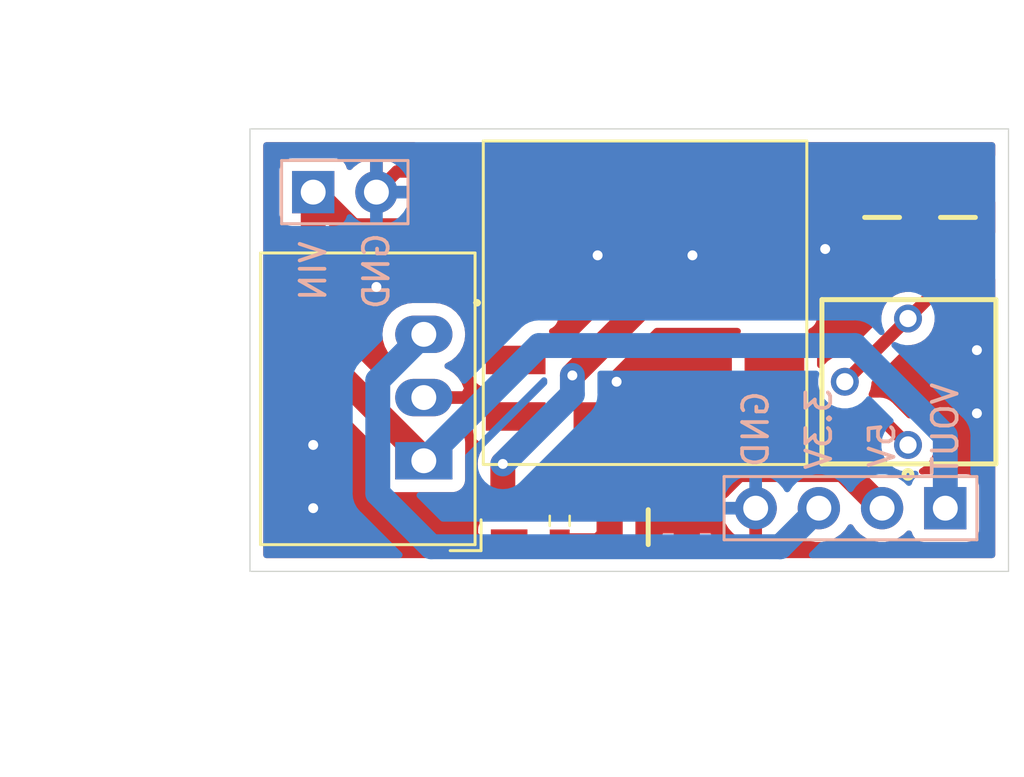
<source format=kicad_pcb>
(kicad_pcb (version 20171130) (host pcbnew "(5.1.8)-1")

  (general
    (thickness 1.6)
    (drawings 20)
    (tracks 67)
    (zones 0)
    (modules 11)
    (nets 9)
  )

  (page A4)
  (layers
    (0 F.Cu signal)
    (31 B.Cu signal)
    (32 B.Adhes user)
    (33 F.Adhes user)
    (34 B.Paste user)
    (35 F.Paste user)
    (36 B.SilkS user)
    (37 F.SilkS user)
    (38 B.Mask user)
    (39 F.Mask user)
    (40 Dwgs.User user)
    (41 Cmts.User user)
    (42 Eco1.User user)
    (43 Eco2.User user)
    (44 Edge.Cuts user)
    (45 Margin user)
    (46 B.CrtYd user)
    (47 F.CrtYd user)
    (48 B.Fab user)
    (49 F.Fab user)
  )

  (setup
    (last_trace_width 0.5)
    (user_trace_width 0.5)
    (user_trace_width 1)
    (trace_clearance 0.2)
    (zone_clearance 0.508)
    (zone_45_only no)
    (trace_min 0.1524)
    (via_size 0.8)
    (via_drill 0.4)
    (via_min_size 0.6)
    (via_min_drill 0.3)
    (uvia_size 0.3)
    (uvia_drill 0.1)
    (uvias_allowed no)
    (uvia_min_size 0.2)
    (uvia_min_drill 0.1)
    (edge_width 0.05)
    (segment_width 0.2)
    (pcb_text_width 0.3)
    (pcb_text_size 1.5 1.5)
    (mod_edge_width 0.12)
    (mod_text_size 1 1)
    (mod_text_width 0.15)
    (pad_size 0.8 0.8)
    (pad_drill 0)
    (pad_to_mask_clearance 0)
    (aux_axis_origin 86.36 93.98)
    (grid_origin 86.36 93.98)
    (visible_elements 7FFFFFFF)
    (pcbplotparams
      (layerselection 0x010f0_ffffffff)
      (usegerberextensions true)
      (usegerberattributes true)
      (usegerberadvancedattributes true)
      (creategerberjobfile false)
      (excludeedgelayer true)
      (linewidth 0.100000)
      (plotframeref false)
      (viasonmask false)
      (mode 1)
      (useauxorigin true)
      (hpglpennumber 1)
      (hpglpenspeed 20)
      (hpglpendiameter 15.000000)
      (psnegative false)
      (psa4output false)
      (plotreference true)
      (plotvalue true)
      (plotinvisibletext false)
      (padsonsilk false)
      (subtractmaskfromsilk true)
      (outputformat 1)
      (mirror false)
      (drillshape 0)
      (scaleselection 1)
      (outputdirectory "C:/Users/Mitsuyoshi Sugaya/Desktop/aegis/gerber/"))
  )

  (net 0 "")
  (net 1 "Net-(C1-Pad2)")
  (net 2 "Net-(C1-Pad1)")
  (net 3 "Net-(C2-Pad1)")
  (net 4 "Net-(J2-Pad3)")
  (net 5 "Net-(LED1-Pad2)")
  (net 6 "Net-(PS1-Pad6)")
  (net 7 "Net-(R3-Pad2)")
  (net 8 "Net-(R1-Pad2)")

  (net_class Default "This is the default net class."
    (clearance 0.2)
    (trace_width 0.25)
    (via_dia 0.8)
    (via_drill 0.4)
    (uvia_dia 0.3)
    (uvia_drill 0.1)
    (add_net "Net-(C1-Pad1)")
    (add_net "Net-(C1-Pad2)")
    (add_net "Net-(C2-Pad1)")
    (add_net "Net-(J2-Pad3)")
    (add_net "Net-(LED1-Pad2)")
    (add_net "Net-(PS1-Pad6)")
    (add_net "Net-(R1-Pad2)")
    (add_net "Net-(R3-Pad2)")
  )

  (module SamacSys_Parts:OKLT6W12NC (layer F.Cu) (tedit 608FBC3F) (tstamp 6008978E)
    (at 102.235 83.185)
    (descr OKL-T/6-W12N-C-1)
    (tags "Power Supply")
    (path /6007F192)
    (attr smd)
    (fp_text reference PS1 (at 0 0) (layer Cmts.User)
      (effects (font (size 1.27 1.27) (thickness 0.254)))
    )
    (fp_text value OKL-T_6-W12N-C (at 0 0) (layer F.SilkS) hide
      (effects (font (size 1.27 1.27) (thickness 0.254)))
    )
    (fp_line (start -7.095 -7.095) (end 7.095 -7.095) (layer F.CrtYd) (width 0.1))
    (fp_line (start 7.095 -7.095) (end 7.095 7.095) (layer F.CrtYd) (width 0.1))
    (fp_line (start 7.095 7.095) (end -7.095 7.095) (layer F.CrtYd) (width 0.1))
    (fp_line (start -7.095 7.095) (end -7.095 -7.095) (layer F.CrtYd) (width 0.1))
    (fp_line (start -6.8 0) (end -6.8 0) (layer F.SilkS) (width 0.2))
    (fp_line (start -6.7 0) (end -6.7 0) (layer F.SilkS) (width 0.2))
    (fp_line (start -6.8 0) (end -6.8 0) (layer F.SilkS) (width 0.2))
    (fp_text user %R (at 0 0) (layer F.Fab)
      (effects (font (size 1.27 1.27) (thickness 0.254)))
    )
    (fp_arc (start -6.75 0) (end -6.8 0) (angle -180) (layer F.SilkS) (width 0.2))
    (fp_arc (start -6.75 0) (end -6.7 0) (angle -180) (layer F.SilkS) (width 0.2))
    (fp_arc (start -6.75 0) (end -6.8 0) (angle -180) (layer F.SilkS) (width 0.2))
    (fp_line (start -6.5 6.5) (end 6.5 6.5) (layer F.SilkS) (width 0.12))
    (fp_line (start 6.5 6.5) (end 6.5 -6.5) (layer F.SilkS) (width 0.12))
    (fp_line (start 6.5 -6.5) (end -6.5 -6.5) (layer F.SilkS) (width 0.12))
    (fp_line (start -6.5 -6.5) (end -6.5 6.5) (layer F.SilkS) (width 0.12))
    (pad 1 smd rect (at -5.2 0 90) (size 1.145 2.4) (layers F.Cu F.Paste F.Mask)
      (net 1 "Net-(C1-Pad2)"))
    (pad 2 smd rect (at -3.4 -4.57 90) (size 1.905 4.19) (layers F.Cu F.Paste F.Mask)
      (net 2 "Net-(C1-Pad1)"))
    (pad 3 smd rect (at 1.1 -4.57 90) (size 1.905 4.19) (layers F.Cu F.Paste F.Mask)
      (net 1 "Net-(C1-Pad2)"))
    (pad 4 smd rect (at 4.57 -3.4) (size 1.905 4.19) (layers F.Cu F.Paste F.Mask)
      (net 3 "Net-(C2-Pad1)"))
    (pad 5 smd rect (at 5.2 0 90) (size 1.145 2.4) (layers F.Cu F.Paste F.Mask)
      (net 3 "Net-(C2-Pad1)"))
    (pad 6 smd rect (at 5.2 4.57 90) (size 1.145 2.4) (layers F.Cu F.Paste F.Mask)
      (net 6 "Net-(PS1-Pad6)"))
    (pad 8 smd rect (at -2.3 5.2 90) (size 2.4 1.145) (layers F.Cu F.Paste F.Mask))
    (pad 9 smd rect (at -5.2 4.57 90) (size 1.145 2.4) (layers F.Cu F.Paste F.Mask))
    (pad 10 smd rect (at -5.2 2.3 90) (size 1.145 2.4) (layers F.Cu F.Paste F.Mask))
    (pad 11 smd rect (at 5.2 2.29 90) (size 1.145 2.4) (layers F.Cu F.Paste F.Mask))
    (pad 12 smd rect (at 2.3 5.2 90) (size 2.4 1.145) (layers F.Cu F.Paste F.Mask))
    (pad 7 smd rect (at 0 5.2 90) (size 2.4 1.145) (layers F.Cu F.Paste F.Mask)
      (net 1 "Net-(C1-Pad2)"))
    (pad 2 smd rect (at -5.9 -4.6 90) (size 1.145 1) (layers F.Cu F.Paste F.Mask)
      (net 2 "Net-(C1-Pad1)"))
    (pad 2 smd rect (at -2.3 -5.9 180) (size 1.145 1) (layers F.Cu F.Paste F.Mask)
      (net 2 "Net-(C1-Pad1)"))
    (pad 3 smd rect (at 0 -5.9 180) (size 1.145 1) (layers F.Cu F.Paste F.Mask)
      (net 1 "Net-(C1-Pad2)"))
    (pad 3 smd rect (at 2.2 -5.9 180) (size 1.145 1) (layers F.Cu F.Paste F.Mask)
      (net 1 "Net-(C1-Pad2)"))
    (pad 4 smd rect (at 5.9 -4.5 90) (size 1.145 1) (layers F.Cu F.Paste F.Mask)
      (net 3 "Net-(C2-Pad1)"))
    (model "C:\\Users\\Mitsuyoshi Sugaya\\Documents\\kicad\\SamacSys_Parts.3dshapes\\OKL-T_6-W12N-C.stp"
      (at (xyz 0 0 0))
      (scale (xyz 1 1 1))
      (rotate (xyz 0 0 0))
    )
  )

  (module Connector_PinHeader_2.54mm:PinHeader_1x04_P2.54mm_Vertical (layer B.Cu) (tedit 6040B23F) (tstamp 6008975A)
    (at 114.3 91.44 90)
    (descr "Through hole straight pin header, 1x04, 2.54mm pitch, single row")
    (tags "Through hole pin header THT 1x04 2.54mm single row")
    (path /60074DCB)
    (fp_text reference J2 (at 0 2.33 -90) (layer Cmts.User)
      (effects (font (size 1 1) (thickness 0.15)))
    )
    (fp_text value Conn_01x04_Female (at 0 -9.95 -90) (layer B.Fab)
      (effects (font (size 1 1) (thickness 0.15)) (justify mirror))
    )
    (fp_line (start -0.635 1.27) (end 1.27 1.27) (layer B.Fab) (width 0.1))
    (fp_line (start 1.27 1.27) (end 1.27 -8.89) (layer B.Fab) (width 0.1))
    (fp_line (start 1.27 -8.89) (end -1.27 -8.89) (layer B.Fab) (width 0.1))
    (fp_line (start -1.27 -8.89) (end -1.27 0.635) (layer B.Fab) (width 0.1))
    (fp_line (start -1.27 0.635) (end -0.635 1.27) (layer B.Fab) (width 0.1))
    (fp_line (start -1.8 1.8) (end -1.8 -9.4) (layer B.CrtYd) (width 0.05))
    (fp_line (start -1.8 -9.4) (end 1.8 -9.4) (layer B.CrtYd) (width 0.05))
    (fp_line (start 1.8 -9.4) (end 1.8 1.8) (layer B.CrtYd) (width 0.05))
    (fp_line (start 1.8 1.8) (end -1.8 1.8) (layer B.CrtYd) (width 0.05))
    (fp_text user %R (at 0 -3.81 180) (layer B.Fab)
      (effects (font (size 1 1) (thickness 0.15)) (justify mirror))
    )
    (pad 1 thru_hole rect (at 0 0 90) (size 1.7 1.7) (drill 1) (layers *.Cu *.Mask)
      (net 2 "Net-(C1-Pad1)"))
    (pad 2 thru_hole oval (at 0 -2.54 90) (size 1.7 1.7) (drill 1) (layers *.Cu *.Mask)
      (net 3 "Net-(C2-Pad1)"))
    (pad 3 thru_hole oval (at 0 -5.08 90) (size 1.7 1.7) (drill 1) (layers *.Cu *.Mask)
      (net 4 "Net-(J2-Pad3)"))
    (pad 4 thru_hole oval (at 0 -7.62 90) (size 1.7 1.7) (drill 1) (layers *.Cu *.Mask)
      (net 1 "Net-(C1-Pad2)"))
    (model ${KISYS3DMOD}/Connector_PinHeader_2.54mm.3dshapes/PinHeader_1x04_P2.54mm_Vertical.wrl
      (at (xyz 0 0 0))
      (scale (xyz 1 1 1))
      (rotate (xyz 0 0 0))
    )
  )

  (module Connector_PinHeader_2.54mm:PinHeader_1x02_P2.54mm_Vertical (layer B.Cu) (tedit 6040B22E) (tstamp 60089742)
    (at 88.9 78.74 270)
    (descr "Through hole straight pin header, 1x02, 2.54mm pitch, single row")
    (tags "Through hole pin header THT 1x02 2.54mm single row")
    (path /6008ADCB)
    (fp_text reference J1 (at 0 2.33 90) (layer Cmts.User)
      (effects (font (size 1 1) (thickness 0.15)))
    )
    (fp_text value Conn_01x02_Female (at 0 -4.87 90) (layer B.Fab)
      (effects (font (size 1 1) (thickness 0.15)) (justify mirror))
    )
    (fp_line (start -0.635 1.27) (end 1.27 1.27) (layer B.Fab) (width 0.1))
    (fp_line (start 1.27 1.27) (end 1.27 -3.81) (layer B.Fab) (width 0.1))
    (fp_line (start 1.27 -3.81) (end -1.27 -3.81) (layer B.Fab) (width 0.1))
    (fp_line (start -1.27 -3.81) (end -1.27 0.635) (layer B.Fab) (width 0.1))
    (fp_line (start -1.27 0.635) (end -0.635 1.27) (layer B.Fab) (width 0.1))
    (fp_line (start -1.8 1.8) (end -1.8 -4.35) (layer B.CrtYd) (width 0.05))
    (fp_line (start -1.8 -4.35) (end 1.8 -4.35) (layer B.CrtYd) (width 0.05))
    (fp_line (start 1.8 -4.35) (end 1.8 1.8) (layer B.CrtYd) (width 0.05))
    (fp_line (start 1.8 1.8) (end -1.8 1.8) (layer B.CrtYd) (width 0.05))
    (fp_text user %R (at 0 -1.27) (layer B.Fab)
      (effects (font (size 1 1) (thickness 0.15)) (justify mirror))
    )
    (pad 1 thru_hole rect (at 0 0 270) (size 1.7 1.7) (drill 1) (layers *.Cu *.Mask)
      (net 2 "Net-(C1-Pad1)"))
    (pad 2 thru_hole oval (at 0 -2.54 270) (size 1.7 1.7) (drill 1) (layers *.Cu *.Mask)
      (net 1 "Net-(C1-Pad2)"))
    (model ${KISYS3DMOD}/Connector_PinHeader_2.54mm.3dshapes/PinHeader_1x02_P2.54mm_Vertical.wrl
      (at (xyz 0 0 0))
      (scale (xyz 1 1 1))
      (rotate (xyz 0 0 0))
    )
  )

  (module SamacSys_Parts:CAPC2012X145N (layer F.Cu) (tedit 0) (tstamp 6008971D)
    (at 93.98 78.74 90)
    (descr "0805 (2012 metric)-")
    (tags Capacitor)
    (path /600A8657)
    (attr smd)
    (fp_text reference C1 (at 0 0 90) (layer Cmts.User)
      (effects (font (size 1.27 1.27) (thickness 0.254)))
    )
    (fp_text value GRM21BR61E226ME44L (at 0 0 90) (layer F.SilkS) hide
      (effects (font (size 1.27 1.27) (thickness 0.254)))
    )
    (fp_line (start -1 0.625) (end -1 -0.625) (layer F.Fab) (width 0.1))
    (fp_line (start 1 0.625) (end -1 0.625) (layer F.Fab) (width 0.1))
    (fp_line (start 1 -0.625) (end 1 0.625) (layer F.Fab) (width 0.1))
    (fp_line (start -1 -0.625) (end 1 -0.625) (layer F.Fab) (width 0.1))
    (fp_line (start -1.465 0.89) (end -1.465 -0.89) (layer F.CrtYd) (width 0.05))
    (fp_line (start 1.465 0.89) (end -1.465 0.89) (layer F.CrtYd) (width 0.05))
    (fp_line (start 1.465 -0.89) (end 1.465 0.89) (layer F.CrtYd) (width 0.05))
    (fp_line (start -1.465 -0.89) (end 1.465 -0.89) (layer F.CrtYd) (width 0.05))
    (fp_text user %R (at 0 0 90) (layer F.Fab)
      (effects (font (size 1.27 1.27) (thickness 0.254)))
    )
    (pad 2 smd rect (at 0.83 0 90) (size 0.97 1.47) (layers F.Cu F.Paste F.Mask)
      (net 1 "Net-(C1-Pad2)"))
    (pad 1 smd rect (at -0.83 0 90) (size 0.97 1.47) (layers F.Cu F.Paste F.Mask)
      (net 2 "Net-(C1-Pad1)"))
    (model "C:\\Users\\Mitsuyoshi Sugaya\\Documents\\kicad\\SamacSys_Parts.3dshapes\\GRM21BR61E226ME44L.stp"
      (at (xyz 0 0 0))
      (scale (xyz 1 1 1))
      (rotate (xyz 0 0 0))
    )
  )

  (module SamacSys_Parts:CAPC2012X145N (layer F.Cu) (tedit 0) (tstamp 6008972C)
    (at 96.774 91.948 270)
    (descr "0805 (2012 metric)-")
    (tags Capacitor)
    (path /600925C9)
    (attr smd)
    (fp_text reference C2 (at 0 0 90) (layer Cmts.User)
      (effects (font (size 1.27 1.27) (thickness 0.254)))
    )
    (fp_text value GRM21BR6YA106KE43L (at 0 0 90) (layer F.SilkS) hide
      (effects (font (size 1.27 1.27) (thickness 0.254)))
    )
    (fp_line (start -1.465 -0.89) (end 1.465 -0.89) (layer F.CrtYd) (width 0.05))
    (fp_line (start 1.465 -0.89) (end 1.465 0.89) (layer F.CrtYd) (width 0.05))
    (fp_line (start 1.465 0.89) (end -1.465 0.89) (layer F.CrtYd) (width 0.05))
    (fp_line (start -1.465 0.89) (end -1.465 -0.89) (layer F.CrtYd) (width 0.05))
    (fp_line (start -1 -0.625) (end 1 -0.625) (layer F.Fab) (width 0.1))
    (fp_line (start 1 -0.625) (end 1 0.625) (layer F.Fab) (width 0.1))
    (fp_line (start 1 0.625) (end -1 0.625) (layer F.Fab) (width 0.1))
    (fp_line (start -1 0.625) (end -1 -0.625) (layer F.Fab) (width 0.1))
    (fp_text user %R (at 0 0 90) (layer F.Fab)
      (effects (font (size 1.27 1.27) (thickness 0.254)))
    )
    (pad 1 smd rect (at -0.83 0 270) (size 0.97 1.47) (layers F.Cu F.Paste F.Mask)
      (net 3 "Net-(C2-Pad1)"))
    (pad 2 smd rect (at 0.83 0 270) (size 0.97 1.47) (layers F.Cu F.Paste F.Mask)
      (net 1 "Net-(C1-Pad2)"))
    (model "C:\\Users\\Mitsuyoshi Sugaya\\Documents\\kicad\\SamacSys_Parts.3dshapes\\GRM21BR61E226ME44L.stp"
      (at (xyz 0 0 0))
      (scale (xyz 1 1 1))
      (rotate (xyz 0 0 0))
    )
  )

  (module SamacSys_Parts:OSXX0603C1E (layer F.Cu) (tedit 600C0D86) (tstamp 6008976B)
    (at 98.806 91.948 270)
    (descr OSXX0603C1E-2)
    (tags LED)
    (path /6010FA3F)
    (attr smd)
    (fp_text reference LED1 (at 0 0 90) (layer Cmts.User)
      (effects (font (size 1.27 1.27) (thickness 0.254)))
    )
    (fp_text value OSXX0603C1E (at 0 0 90) (layer F.SilkS) hide
      (effects (font (size 1.27 1.27) (thickness 0.254)))
    )
    (fp_line (start -0.8 -0.4) (end 0.8 -0.4) (layer F.Fab) (width 0.2))
    (fp_line (start 0.8 -0.4) (end 0.8 0.4) (layer F.Fab) (width 0.2))
    (fp_line (start 0.8 0.4) (end -0.8 0.4) (layer F.Fab) (width 0.2))
    (fp_line (start -0.8 0.4) (end -0.8 -0.4) (layer F.Fab) (width 0.2))
    (fp_line (start -2.15 -1.4) (end 2.15 -1.4) (layer F.CrtYd) (width 0.1))
    (fp_line (start 2.15 -1.4) (end 2.15 1.4) (layer F.CrtYd) (width 0.1))
    (fp_line (start 2.15 1.4) (end -2.15 1.4) (layer F.CrtYd) (width 0.1))
    (fp_line (start -2.15 1.4) (end -2.15 -1.4) (layer F.CrtYd) (width 0.1))
    (fp_line (start -0.2 0.4) (end 0.2 0.4) (layer F.SilkS) (width 0.1))
    (fp_line (start -0.2 -0.4) (end 0.2 -0.4) (layer F.SilkS) (width 0.1))
    (fp_text user %R (at 0 0 90) (layer F.Fab)
      (effects (font (size 1.27 1.27) (thickness 0.254)))
    )
    (pad 1 smd rect (at -0.75 0 270) (size 0.8 0.8) (layers F.Cu F.Paste F.Mask)
      (net 3 "Net-(C2-Pad1)"))
    (pad 2 smd rect (at 0.75 0 270) (size 0.8 0.8) (layers F.Cu F.Paste F.Mask)
      (net 5 "Net-(LED1-Pad2)"))
    (model "C:\\Users\\Mitsuyoshi Sugaya\\Documents\\kicad\\SamacSys_Parts.3dshapes\\OSXX0603C1E.stp"
      (at (xyz 0 0 0))
      (scale (xyz 1 1 1))
      (rotate (xyz 0 0 0))
    )
  )

  (module SamacSys_Parts:RESC3216X70N (layer F.Cu) (tedit 0) (tstamp 600897AE)
    (at 102.362 92.202)
    (descr "2B (1206)")
    (tags Resistor)
    (path /601107B1)
    (attr smd)
    (fp_text reference R2 (at 0 0) (layer Cmts.User)
      (effects (font (size 1.27 1.27) (thickness 0.254)))
    )
    (fp_text value RK73B2BTTD221J (at 0 0) (layer F.SilkS) hide
      (effects (font (size 1.27 1.27) (thickness 0.254)))
    )
    (fp_line (start -2.325 -1.15) (end 2.325 -1.15) (layer F.CrtYd) (width 0.05))
    (fp_line (start 2.325 -1.15) (end 2.325 1.15) (layer F.CrtYd) (width 0.05))
    (fp_line (start 2.325 1.15) (end -2.325 1.15) (layer F.CrtYd) (width 0.05))
    (fp_line (start -2.325 1.15) (end -2.325 -1.15) (layer F.CrtYd) (width 0.05))
    (fp_line (start -1.6 -0.8) (end 1.6 -0.8) (layer F.Fab) (width 0.1))
    (fp_line (start 1.6 -0.8) (end 1.6 0.8) (layer F.Fab) (width 0.1))
    (fp_line (start 1.6 0.8) (end -1.6 0.8) (layer F.Fab) (width 0.1))
    (fp_line (start -1.6 0.8) (end -1.6 -0.8) (layer F.Fab) (width 0.1))
    (fp_line (start 0 -0.7) (end 0 0.7) (layer F.SilkS) (width 0.2))
    (fp_text user %R (at 0 0) (layer F.Fab)
      (effects (font (size 1.27 1.27) (thickness 0.254)))
    )
    (pad 1 smd rect (at -1.55 0) (size 1.05 1.8) (layers F.Cu F.Paste F.Mask)
      (net 5 "Net-(LED1-Pad2)"))
    (pad 2 smd rect (at 1.55 0) (size 1.05 1.8) (layers F.Cu F.Paste F.Mask)
      (net 1 "Net-(C1-Pad2)"))
    (model "C:\\Users\\Mitsuyoshi Sugaya\\Documents\\kicad\\SamacSys_Parts.3dshapes\\RK73B2BTTD103J.stp"
      (at (xyz 0 0 0))
      (scale (xyz 1 1 1))
      (rotate (xyz 0 0 0))
    )
  )

  (module Converter_DCDC:Converter_DCDC_RECOM_R-78E-0.5_THT (layer F.Cu) (tedit 5B741BB0) (tstamp 60089806)
    (at 93.345 89.535 90)
    (descr "DCDC-Converter, RECOM, RECOM_R-78E-0.5, SIP-3, pitch 2.54mm, package size 11.6x8.5x10.4mm^3, https://www.recom-power.com/pdf/Innoline/R-78Exx-0.5.pdf")
    (tags "dc-dc recom buck sip-3 pitch 2.54mm")
    (path /6009164A)
    (fp_text reference U1 (at 2.54 -7.56 90) (layer Cmts.User)
      (effects (font (size 1 1) (thickness 0.15)))
    )
    (fp_text value R-78E3.3-0.5 (at 2.54 3 90) (layer F.Fab)
      (effects (font (size 1 1) (thickness 0.15)))
    )
    (fp_line (start -3.31 -6.5) (end 8.29 -6.5) (layer F.Fab) (width 0.1))
    (fp_line (start 8.29 -6.5) (end 8.29 2) (layer F.Fab) (width 0.1))
    (fp_line (start 8.29 2) (end -2.31 2) (layer F.Fab) (width 0.1))
    (fp_line (start -2.31 2) (end -3.31 1) (layer F.Fab) (width 0.1))
    (fp_line (start -3.31 1) (end -3.31 -6.5) (layer F.Fab) (width 0.1))
    (fp_line (start -3.371 -6.56) (end 8.35 -6.56) (layer F.SilkS) (width 0.12))
    (fp_line (start -3.371 2.06) (end 8.35 2.06) (layer F.SilkS) (width 0.12))
    (fp_line (start -3.371 -6.56) (end -3.371 2.06) (layer F.SilkS) (width 0.12))
    (fp_line (start 8.35 -6.56) (end 8.35 2.06) (layer F.SilkS) (width 0.12))
    (fp_line (start -3.611 1.06) (end -3.611 2.3) (layer F.SilkS) (width 0.12))
    (fp_line (start -3.611 2.3) (end -2.371 2.3) (layer F.SilkS) (width 0.12))
    (fp_line (start -3.57 -6.75) (end -3.57 2.25) (layer F.CrtYd) (width 0.05))
    (fp_line (start -3.57 2.25) (end 8.54 2.25) (layer F.CrtYd) (width 0.05))
    (fp_line (start 8.54 2.25) (end 8.54 -6.75) (layer F.CrtYd) (width 0.05))
    (fp_line (start 8.54 -6.75) (end -3.57 -6.75) (layer F.CrtYd) (width 0.05))
    (fp_text user %R (at 2.54 -2.25 90) (layer B.CrtYd)
      (effects (font (size 1 1) (thickness 0.15)))
    )
    (pad 1 thru_hole rect (at 0 0 90) (size 1.5 2.3) (drill 1) (layers *.Cu *.Mask)
      (net 2 "Net-(C1-Pad1)"))
    (pad 2 thru_hole oval (at 2.54 0 90) (size 1.5 2.3) (drill 1) (layers *.Cu *.Mask)
      (net 1 "Net-(C1-Pad2)"))
    (pad 3 thru_hole oval (at 5.08 0 90) (size 1.5 2.3) (drill 1) (layers *.Cu *.Mask)
      (net 4 "Net-(J2-Pad3)"))
    (model ${KISYS3DMOD}/Converter_DCDC.3dshapes/Converter_DCDC_RECOM_R-78E-0.5_THT.wrl
      (at (xyz 0 0 0))
      (scale (xyz 1 1 1))
      (rotate (xyz 0 0 0))
    )
  )

  (module SamacSys_Parts:RESC3216X70N (layer F.Cu) (tedit 0) (tstamp 60902091)
    (at 111.76 79.756 90)
    (descr RN732B)
    (tags Resistor)
    (path /6090328C)
    (attr smd)
    (fp_text reference R1 (at 0 0 90) (layer Cmts.User)
      (effects (font (size 1.27 1.27) (thickness 0.254)))
    )
    (fp_text value RK73B2BTTD103J-SamacSys_Parts (at 0 0 90) (layer F.SilkS) hide
      (effects (font (size 1.27 1.27) (thickness 0.254)))
    )
    (fp_line (start 0 -0.7) (end 0 0.7) (layer F.SilkS) (width 0.2))
    (fp_line (start -1.6 0.8) (end -1.6 -0.8) (layer F.Fab) (width 0.1))
    (fp_line (start 1.6 0.8) (end -1.6 0.8) (layer F.Fab) (width 0.1))
    (fp_line (start 1.6 -0.8) (end 1.6 0.8) (layer F.Fab) (width 0.1))
    (fp_line (start -1.6 -0.8) (end 1.6 -0.8) (layer F.Fab) (width 0.1))
    (fp_line (start -2.325 1.15) (end -2.325 -1.15) (layer F.CrtYd) (width 0.05))
    (fp_line (start 2.325 1.15) (end -2.325 1.15) (layer F.CrtYd) (width 0.05))
    (fp_line (start 2.325 -1.15) (end 2.325 1.15) (layer F.CrtYd) (width 0.05))
    (fp_line (start -2.325 -1.15) (end 2.325 -1.15) (layer F.CrtYd) (width 0.05))
    (fp_text user %R (at 0 0 90) (layer F.Fab)
      (effects (font (size 1.27 1.27) (thickness 0.254)))
    )
    (pad 1 smd rect (at -1.55 0 90) (size 1.05 1.8) (layers F.Cu F.Paste F.Mask)
      (net 1 "Net-(C1-Pad2)"))
    (pad 2 smd rect (at 1.55 0 90) (size 1.05 1.8) (layers F.Cu F.Paste F.Mask)
      (net 8 "Net-(R1-Pad2)"))
    (model "C:\\Users\\Mitsuyoshi Sugaya\\Documents\\kicad\\SamacSys_Parts.3dshapes\\RK73B2BTTD910J.stp"
      (at (xyz 0 0 0))
      (scale (xyz 1 1 1))
      (rotate (xyz 0 0 0))
    )
  )

  (module SamacSys_Parts:RESC3216X70N (layer F.Cu) (tedit 0) (tstamp 609020A1)
    (at 114.808 79.756 270)
    (descr RN732B)
    (tags Resistor)
    (path /60904C5B)
    (attr smd)
    (fp_text reference R3 (at 0 0 90) (layer Cmts.User)
      (effects (font (size 1.27 1.27) (thickness 0.254)))
    )
    (fp_text value RK73B2BTTD103J-SamacSys_Parts (at 0 0 90) (layer F.SilkS) hide
      (effects (font (size 1.27 1.27) (thickness 0.254)))
    )
    (fp_text user %R (at 0 0 90) (layer F.Fab)
      (effects (font (size 1.27 1.27) (thickness 0.254)))
    )
    (fp_line (start -2.325 -1.15) (end 2.325 -1.15) (layer F.CrtYd) (width 0.05))
    (fp_line (start 2.325 -1.15) (end 2.325 1.15) (layer F.CrtYd) (width 0.05))
    (fp_line (start 2.325 1.15) (end -2.325 1.15) (layer F.CrtYd) (width 0.05))
    (fp_line (start -2.325 1.15) (end -2.325 -1.15) (layer F.CrtYd) (width 0.05))
    (fp_line (start -1.6 -0.8) (end 1.6 -0.8) (layer F.Fab) (width 0.1))
    (fp_line (start 1.6 -0.8) (end 1.6 0.8) (layer F.Fab) (width 0.1))
    (fp_line (start 1.6 0.8) (end -1.6 0.8) (layer F.Fab) (width 0.1))
    (fp_line (start -1.6 0.8) (end -1.6 -0.8) (layer F.Fab) (width 0.1))
    (fp_line (start 0 -0.7) (end 0 0.7) (layer F.SilkS) (width 0.2))
    (pad 2 smd rect (at 1.55 0 270) (size 1.05 1.8) (layers F.Cu F.Paste F.Mask)
      (net 7 "Net-(R3-Pad2)"))
    (pad 1 smd rect (at -1.55 0 270) (size 1.05 1.8) (layers F.Cu F.Paste F.Mask)
      (net 8 "Net-(R1-Pad2)"))
    (model "C:\\Users\\Mitsuyoshi Sugaya\\Documents\\kicad\\SamacSys_Parts.3dshapes\\RK73B2BTTD910J.stp"
      (at (xyz 0 0 0))
      (scale (xyz 1 1 1))
      (rotate (xyz 0 0 0))
    )
  )

  (module SamacSys_Parts:3362P_1 (layer F.Cu) (tedit 0) (tstamp 609020B2)
    (at 116.332 86.36 90)
    (descr 3362P)
    (tags Resistor)
    (path /60909D5C)
    (fp_text reference R4 (at -0.36821 -2.74963 90) (layer Cmts.User)
      (effects (font (size 1.27 1.27) (thickness 0.254)))
    )
    (fp_text value 3362P-1-203LF-SamacSys_Parts (at -0.36821 -2.74963 90) (layer F.SilkS) hide
      (effects (font (size 1.27 1.27) (thickness 0.254)))
    )
    (fp_circle (center -3.722 -3.532) (end -3.722 -3.475) (layer F.SilkS) (width 0.2))
    (fp_line (start 3.3 -6.99) (end -3.3 -6.99) (layer F.SilkS) (width 0.2))
    (fp_line (start 3.3 0) (end 3.3 -6.99) (layer F.SilkS) (width 0.2))
    (fp_line (start -3.3 0) (end 3.3 0) (layer F.SilkS) (width 0.2))
    (fp_line (start -3.3 -6.99) (end -3.3 0) (layer F.SilkS) (width 0.2))
    (fp_line (start -3.3 0) (end -3.3 -6.99) (layer F.Fab) (width 0.2))
    (fp_line (start 3.3 0) (end -3.3 0) (layer F.Fab) (width 0.2))
    (fp_line (start 3.3 -6.99) (end 3.3 0) (layer F.Fab) (width 0.2))
    (fp_line (start -3.3 -6.99) (end 3.3 -6.99) (layer F.Fab) (width 0.2))
    (fp_text user %R (at -0.36821 -2.74963 90) (layer F.Fab)
      (effects (font (size 1.27 1.27) (thickness 0.254)))
    )
    (pad 1 thru_hole circle (at -2.54 -3.53 90) (size 1.12 1.12) (drill 0.69) (layers *.Cu *.Mask)
      (net 6 "Net-(PS1-Pad6)"))
    (pad 2 thru_hole circle (at 0 -6.07 90) (size 1.12 1.12) (drill 0.69) (layers *.Cu *.Mask)
      (net 7 "Net-(R3-Pad2)"))
    (pad 3 thru_hole circle (at 2.54 -3.53 90) (size 1.12 1.12) (drill 0.69) (layers *.Cu *.Mask)
      (net 7 "Net-(R3-Pad2)"))
    (model "C:\\Users\\Mitsuyoshi Sugaya\\Documents\\kicad\\SamacSys_Parts.3dshapes\\3362P-1-202LF.stp"
      (at (xyz 0 0 0))
      (scale (xyz 1 1 1))
      (rotate (xyz 0 0 0))
    )
  )

  (gr_line (start 115.57 90.17) (end 105.41 90.17) (layer B.SilkS) (width 0.12) (tstamp 6041107A))
  (gr_line (start 115.57 92.71) (end 115.57 90.17) (layer B.SilkS) (width 0.12))
  (gr_line (start 105.41 92.71) (end 115.57 92.71) (layer B.SilkS) (width 0.12))
  (gr_line (start 105.41 90.17) (end 105.41 92.71) (layer B.SilkS) (width 0.12))
  (gr_line (start 92.71 77.47) (end 87.63 77.47) (layer B.SilkS) (width 0.12) (tstamp 60411079))
  (gr_line (start 92.71 80.01) (end 92.71 77.47) (layer B.SilkS) (width 0.12))
  (gr_line (start 87.63 80.01) (end 92.71 80.01) (layer B.SilkS) (width 0.12))
  (gr_line (start 87.63 77.47) (end 87.63 80.01) (layer B.SilkS) (width 0.12))
  (dimension 30.48 (width 0.15) (layer Cmts.User)
    (gr_text "30.480 mm" (at 101.6 102.9) (layer Cmts.User)
      (effects (font (size 1 1) (thickness 0.15)))
    )
    (feature1 (pts (xy 116.84 93.98) (xy 116.84 102.186421)))
    (feature2 (pts (xy 86.36 93.98) (xy 86.36 102.186421)))
    (crossbar (pts (xy 86.36 101.6) (xy 116.84 101.6)))
    (arrow1a (pts (xy 116.84 101.6) (xy 115.713496 102.186421)))
    (arrow1b (pts (xy 116.84 101.6) (xy 115.713496 101.013579)))
    (arrow2a (pts (xy 86.36 101.6) (xy 87.486504 102.186421)))
    (arrow2b (pts (xy 86.36 101.6) (xy 87.486504 101.013579)))
  )
  (dimension 17.78 (width 0.15) (layer Cmts.User)
    (gr_text "17.780 mm" (at 79.98 85.09 270) (layer Cmts.User)
      (effects (font (size 1 1) (thickness 0.15)))
    )
    (feature1 (pts (xy 86.36 93.98) (xy 80.693579 93.98)))
    (feature2 (pts (xy 86.36 76.2) (xy 80.693579 76.2)))
    (crossbar (pts (xy 81.28 76.2) (xy 81.28 93.98)))
    (arrow1a (pts (xy 81.28 93.98) (xy 80.693579 92.853496)))
    (arrow1b (pts (xy 81.28 93.98) (xy 81.866421 92.853496)))
    (arrow2a (pts (xy 81.28 76.2) (xy 80.693579 77.326504)))
    (arrow2b (pts (xy 81.28 76.2) (xy 81.866421 77.326504)))
  )
  (gr_text VOUT (at 114.3 88.265 90) (layer B.SilkS)
    (effects (font (size 1 1) (thickness 0.15)) (justify mirror))
  )
  (gr_text 5V (at 111.76 88.9 90) (layer B.SilkS)
    (effects (font (size 1 1) (thickness 0.15)) (justify mirror))
  )
  (gr_text 3.3V (at 109.22 88.265 90) (layer B.SilkS)
    (effects (font (size 1 1) (thickness 0.15)) (justify mirror))
  )
  (gr_text GND (at 106.68 88.265 90) (layer B.SilkS)
    (effects (font (size 1 1) (thickness 0.15)) (justify mirror))
  )
  (gr_text GND (at 91.44 81.915 90) (layer B.SilkS)
    (effects (font (size 1 1) (thickness 0.15)) (justify mirror))
  )
  (gr_text VIN (at 88.9 81.915 90) (layer B.SilkS)
    (effects (font (size 1 1) (thickness 0.15)) (justify mirror))
  )
  (gr_line (start 116.84 93.98) (end 86.36 93.98) (layer Edge.Cuts) (width 0.05) (tstamp 600C0F79))
  (gr_line (start 116.84 76.2) (end 116.84 93.98) (layer Edge.Cuts) (width 0.05))
  (gr_line (start 86.36 76.2) (end 116.84 76.2) (layer Edge.Cuts) (width 0.05))
  (gr_line (start 86.36 76.2) (end 86.36 93.98) (layer Edge.Cuts) (width 0.05))

  (segment (start 103.335 78.615) (end 102.491 78.615) (width 1) (layer F.Cu) (net 1))
  (segment (start 102.235 78.359) (end 102.235 77.285) (width 1) (layer F.Cu) (net 1))
  (segment (start 102.491 78.615) (end 102.235 78.359) (width 1) (layer F.Cu) (net 1))
  (segment (start 103.335 78.615) (end 104.265 78.615) (width 1) (layer F.Cu) (net 1))
  (segment (start 104.435 78.445) (end 104.435 77.285) (width 1) (layer F.Cu) (net 1))
  (segment (start 104.265 78.615) (end 104.435 78.445) (width 1) (layer F.Cu) (net 1))
  (segment (start 92.27 77.91) (end 91.44 78.74) (width 0.5) (layer F.Cu) (net 1))
  (segment (start 93.98 77.91) (end 92.27 77.91) (width 0.5) (layer F.Cu) (net 1))
  (via (at 101.092 86.36) (size 0.8) (drill 0.4) (layers F.Cu B.Cu) (net 1))
  (via (at 109.474 81.026) (size 0.8) (drill 0.4) (layers F.Cu B.Cu) (net 1))
  (via (at 88.9 91.44) (size 0.8) (drill 0.4) (layers F.Cu B.Cu) (net 1))
  (via (at 88.9 88.9) (size 0.8) (drill 0.4) (layers F.Cu B.Cu) (net 1))
  (via (at 91.44 82.55) (size 0.8) (drill 0.4) (layers F.Cu B.Cu) (net 1))
  (via (at 100.33 81.28) (size 0.8) (drill 0.4) (layers F.Cu B.Cu) (net 1))
  (via (at 104.14 81.28) (size 0.8) (drill 0.4) (layers F.Cu B.Cu) (net 1))
  (via (at 115.57 85.09) (size 0.8) (drill 0.4) (layers F.Cu B.Cu) (net 1))
  (via (at 115.57 87.63) (size 0.8) (drill 0.4) (layers F.Cu B.Cu) (net 1))
  (segment (start 93.259999 80.290001) (end 93.98 79.57) (width 1) (layer F.Cu) (net 2))
  (segment (start 90.450001 80.290001) (end 93.259999 80.290001) (width 1) (layer F.Cu) (net 2))
  (segment (start 88.9 78.74) (end 90.450001 80.290001) (width 1) (layer F.Cu) (net 2))
  (segment (start 93.345 89.445623) (end 93.345 89.535) (width 1) (layer F.Cu) (net 2))
  (segment (start 88.9 85.000623) (end 93.345 89.445623) (width 1) (layer F.Cu) (net 2))
  (segment (start 88.9 78.74) (end 88.9 85.000623) (width 1) (layer F.Cu) (net 2))
  (segment (start 95.35 79.57) (end 96.335 78.585) (width 1) (layer F.Cu) (net 2))
  (segment (start 93.98 79.57) (end 95.35 79.57) (width 1) (layer F.Cu) (net 2))
  (segment (start 98.805 78.585) (end 98.835 78.615) (width 1) (layer F.Cu) (net 2))
  (segment (start 96.335 78.585) (end 98.805 78.585) (width 1) (layer F.Cu) (net 2))
  (segment (start 98.835 78.615) (end 99.693 78.615) (width 1) (layer F.Cu) (net 2))
  (segment (start 99.935 78.373) (end 99.935 77.285) (width 1) (layer F.Cu) (net 2))
  (segment (start 99.693 78.615) (end 99.935 78.373) (width 1) (layer F.Cu) (net 2))
  (segment (start 114.3 88.533198) (end 114.3 91.44) (width 1) (layer B.Cu) (net 2))
  (segment (start 110.672792 84.90599) (end 114.3 88.533198) (width 1) (layer B.Cu) (net 2))
  (segment (start 97.97401 84.90599) (end 110.672792 84.90599) (width 1) (layer B.Cu) (net 2))
  (segment (start 93.345 89.535) (end 97.97401 84.90599) (width 1) (layer B.Cu) (net 2))
  (segment (start 106.805 79.785) (end 106.805 78.869) (width 1) (layer F.Cu) (net 3))
  (segment (start 106.989 78.685) (end 108.135 78.685) (width 1) (layer F.Cu) (net 3))
  (segment (start 106.805 78.869) (end 106.989 78.685) (width 1) (layer F.Cu) (net 3))
  (segment (start 106.805 82.555) (end 107.435 83.185) (width 1) (layer F.Cu) (net 3))
  (segment (start 106.805 79.785) (end 106.805 82.555) (width 1) (layer F.Cu) (net 3))
  (via (at 99.314 86.106) (size 0.8) (drill 0.4) (layers F.Cu B.Cu) (net 3))
  (segment (start 102.235 83.185) (end 99.314 86.106) (width 1) (layer F.Cu) (net 3))
  (segment (start 107.435 83.185) (end 102.235 83.185) (width 1) (layer F.Cu) (net 3))
  (via (at 96.52 89.662) (size 0.8) (drill 0.4) (layers F.Cu B.Cu) (net 3))
  (segment (start 99.314 86.868) (end 96.52 89.662) (width 1) (layer B.Cu) (net 3))
  (segment (start 99.314 86.106) (end 99.314 86.868) (width 1) (layer B.Cu) (net 3))
  (segment (start 96.52 90.864) (end 96.774 91.118) (width 1) (layer F.Cu) (net 3))
  (segment (start 96.52 89.662) (end 96.52 90.864) (width 1) (layer F.Cu) (net 3))
  (segment (start 98.726 91.118) (end 98.806 91.198) (width 1) (layer F.Cu) (net 3))
  (segment (start 96.774 91.118) (end 98.726 91.118) (width 1) (layer F.Cu) (net 3))
  (segment (start 110.209999 89.889999) (end 111.76 91.44) (width 1) (layer F.Cu) (net 3))
  (segment (start 105.935999 89.889999) (end 110.209999 89.889999) (width 1) (layer F.Cu) (net 3))
  (segment (start 105.223999 90.601999) (end 105.935999 89.889999) (width 1) (layer F.Cu) (net 3))
  (segment (start 99.402001 90.601999) (end 105.223999 90.601999) (width 1) (layer F.Cu) (net 3))
  (segment (start 98.806 91.198) (end 99.402001 90.601999) (width 1) (layer F.Cu) (net 3))
  (segment (start 107.669999 92.990001) (end 109.22 91.44) (width 1) (layer B.Cu) (net 4))
  (segment (start 93.639999 92.990001) (end 107.669999 92.990001) (width 1) (layer B.Cu) (net 4))
  (segment (start 91.494999 90.845001) (end 93.639999 92.990001) (width 1) (layer B.Cu) (net 4))
  (segment (start 91.494999 86.305001) (end 91.494999 90.845001) (width 1) (layer B.Cu) (net 4))
  (segment (start 93.345 84.455) (end 91.494999 86.305001) (width 1) (layer B.Cu) (net 4))
  (segment (start 100.316 92.698) (end 100.812 92.202) (width 0.5) (layer F.Cu) (net 5))
  (segment (start 98.806 92.698) (end 100.316 92.698) (width 0.5) (layer F.Cu) (net 5))
  (segment (start 111.657 87.755) (end 112.802 88.9) (width 0.5) (layer F.Cu) (net 6))
  (segment (start 107.435 87.755) (end 111.657 87.755) (width 0.5) (layer F.Cu) (net 6))
  (segment (start 110.262 86.36) (end 112.802 83.82) (width 0.5) (layer F.Cu) (net 7))
  (segment (start 114.808 81.814) (end 112.802 83.82) (width 0.5) (layer F.Cu) (net 7))
  (segment (start 114.808 81.306) (end 114.808 81.814) (width 0.5) (layer F.Cu) (net 7))
  (segment (start 114.808 78.206) (end 111.76 78.206) (width 0.5) (layer F.Cu) (net 8))

  (zone (net 1) (net_name "Net-(C1-Pad2)") (layer F.Cu) (tstamp 0) (hatch edge 0.508)
    (connect_pads (clearance 0.508))
    (min_thickness 0.254)
    (fill yes (arc_segments 32) (thermal_gap 0.508) (thermal_bridge_width 0.508))
    (polygon
      (pts
        (xy 116.84 93.98) (xy 86.36 93.98) (xy 86.36 76.2) (xy 116.84 76.2)
      )
    )
    (filled_polygon
      (pts
        (xy 116.180001 93.32) (xy 105.034444 93.32) (xy 105.062812 93.226482) (xy 105.075072 93.102) (xy 105.072 92.48775)
        (xy 104.91325 92.329) (xy 104.039 92.329) (xy 104.039 92.349) (xy 103.785 92.349) (xy 103.785 92.329)
        (xy 102.91075 92.329) (xy 102.752 92.48775) (xy 102.748928 93.102) (xy 102.761188 93.226482) (xy 102.789556 93.32)
        (xy 101.934444 93.32) (xy 101.962812 93.226482) (xy 101.975072 93.102) (xy 101.975072 91.736999) (xy 102.751104 91.736999)
        (xy 102.752 91.91625) (xy 102.91075 92.075) (xy 103.785 92.075) (xy 103.785 92.055) (xy 104.039 92.055)
        (xy 104.039 92.075) (xy 104.91325 92.075) (xy 105.072 91.91625) (xy 105.072896 91.736999) (xy 105.168248 91.736999)
        (xy 105.223999 91.74249) (xy 105.269422 91.738016) (xy 105.238519 91.796891) (xy 105.335843 92.071252) (xy 105.484822 92.321355)
        (xy 105.679731 92.537588) (xy 105.91308 92.711641) (xy 106.175901 92.836825) (xy 106.32311 92.881476) (xy 106.553 92.760155)
        (xy 106.553 91.567) (xy 106.533 91.567) (xy 106.533 91.313) (xy 106.553 91.313) (xy 106.553 91.293)
        (xy 106.807 91.293) (xy 106.807 91.313) (xy 106.827 91.313) (xy 106.827 91.567) (xy 106.807 91.567)
        (xy 106.807 92.760155) (xy 107.03689 92.881476) (xy 107.184099 92.836825) (xy 107.44692 92.711641) (xy 107.680269 92.537588)
        (xy 107.875178 92.321355) (xy 107.944805 92.204466) (xy 108.066525 92.386632) (xy 108.273368 92.593475) (xy 108.516589 92.75599)
        (xy 108.786842 92.867932) (xy 109.07374 92.925) (xy 109.36626 92.925) (xy 109.653158 92.867932) (xy 109.923411 92.75599)
        (xy 110.166632 92.593475) (xy 110.373475 92.386632) (xy 110.49 92.21224) (xy 110.606525 92.386632) (xy 110.813368 92.593475)
        (xy 111.056589 92.75599) (xy 111.326842 92.867932) (xy 111.61374 92.925) (xy 111.90626 92.925) (xy 112.193158 92.867932)
        (xy 112.463411 92.75599) (xy 112.706632 92.593475) (xy 112.838487 92.46162) (xy 112.860498 92.53418) (xy 112.919463 92.644494)
        (xy 112.998815 92.741185) (xy 113.095506 92.820537) (xy 113.20582 92.879502) (xy 113.325518 92.915812) (xy 113.45 92.928072)
        (xy 115.15 92.928072) (xy 115.274482 92.915812) (xy 115.39418 92.879502) (xy 115.504494 92.820537) (xy 115.601185 92.741185)
        (xy 115.680537 92.644494) (xy 115.739502 92.53418) (xy 115.775812 92.414482) (xy 115.788072 92.29) (xy 115.788072 90.59)
        (xy 115.775812 90.465518) (xy 115.739502 90.34582) (xy 115.680537 90.235506) (xy 115.601185 90.138815) (xy 115.504494 90.059463)
        (xy 115.39418 90.000498) (xy 115.274482 89.964188) (xy 115.15 89.951928) (xy 113.45 89.951928) (xy 113.364863 89.960313)
        (xy 113.368045 89.958995) (xy 113.563768 89.828217) (xy 113.730217 89.661768) (xy 113.860995 89.466045) (xy 113.951077 89.248569)
        (xy 113.997 89.017697) (xy 113.997 88.782303) (xy 113.951077 88.551431) (xy 113.860995 88.333955) (xy 113.730217 88.138232)
        (xy 113.563768 87.971783) (xy 113.368045 87.841005) (xy 113.150569 87.750923) (xy 112.919697 87.705) (xy 112.858579 87.705)
        (xy 112.313534 87.159956) (xy 112.285817 87.126183) (xy 112.151059 87.015589) (xy 111.997313 86.933411) (xy 111.83049 86.882805)
        (xy 111.700477 86.87) (xy 111.700469 86.87) (xy 111.657 86.865719) (xy 111.613531 86.87) (xy 111.34421 86.87)
        (xy 111.411077 86.708569) (xy 111.457 86.477697) (xy 111.457 86.416578) (xy 112.858579 85.015) (xy 112.919697 85.015)
        (xy 113.150569 84.969077) (xy 113.368045 84.878995) (xy 113.563768 84.748217) (xy 113.730217 84.581768) (xy 113.860995 84.386045)
        (xy 113.951077 84.168569) (xy 113.997 83.937697) (xy 113.997 83.876578) (xy 115.403049 82.47053) (xy 115.404825 82.469072)
        (xy 115.708 82.469072) (xy 115.832482 82.456812) (xy 115.95218 82.420502) (xy 116.062494 82.361537) (xy 116.159185 82.282185)
        (xy 116.18 82.256821)
      )
    )
    (filled_polygon
      (pts
        (xy 92.890506 76.894463) (xy 92.793815 76.973815) (xy 92.714463 77.070506) (xy 92.655498 77.18082) (xy 92.619188 77.300518)
        (xy 92.606928 77.425) (xy 92.61 77.62425) (xy 92.768748 77.782998) (xy 92.61 77.782998) (xy 92.61 77.830712)
        (xy 92.440269 77.642412) (xy 92.20692 77.468359) (xy 91.944099 77.343175) (xy 91.79689 77.298524) (xy 91.567 77.419845)
        (xy 91.567 78.613) (xy 91.587 78.613) (xy 91.587 78.867) (xy 91.567 78.867) (xy 91.567 78.887)
        (xy 91.313 78.887) (xy 91.313 78.867) (xy 91.293 78.867) (xy 91.293 78.613) (xy 91.313 78.613)
        (xy 91.313 77.419845) (xy 91.08311 77.298524) (xy 90.935901 77.343175) (xy 90.67308 77.468359) (xy 90.439731 77.642412)
        (xy 90.363966 77.726466) (xy 90.339502 77.64582) (xy 90.280537 77.535506) (xy 90.201185 77.438815) (xy 90.104494 77.359463)
        (xy 89.99418 77.300498) (xy 89.874482 77.264188) (xy 89.75 77.251928) (xy 88.05 77.251928) (xy 87.925518 77.264188)
        (xy 87.80582 77.300498) (xy 87.695506 77.359463) (xy 87.598815 77.438815) (xy 87.519463 77.535506) (xy 87.460498 77.64582)
        (xy 87.424188 77.765518) (xy 87.411928 77.89) (xy 87.411928 79.59) (xy 87.424188 79.714482) (xy 87.460498 79.83418)
        (xy 87.519463 79.944494) (xy 87.598815 80.041185) (xy 87.695506 80.120537) (xy 87.765 80.157683) (xy 87.765001 84.944862)
        (xy 87.759509 85.000623) (xy 87.781423 85.223121) (xy 87.846324 85.437069) (xy 87.851219 85.446226) (xy 87.951717 85.634246)
        (xy 88.093552 85.807072) (xy 88.13686 85.842614) (xy 91.556928 89.262683) (xy 91.556928 90.285) (xy 91.569188 90.409482)
        (xy 91.605498 90.52918) (xy 91.664463 90.639494) (xy 91.743815 90.736185) (xy 91.840506 90.815537) (xy 91.95082 90.874502)
        (xy 92.070518 90.910812) (xy 92.195 90.923072) (xy 94.495 90.923072) (xy 94.619482 90.910812) (xy 94.73918 90.874502)
        (xy 94.849494 90.815537) (xy 94.946185 90.736185) (xy 95.025537 90.639494) (xy 95.084502 90.52918) (xy 95.120812 90.409482)
        (xy 95.133072 90.285) (xy 95.133072 88.785) (xy 95.120812 88.660518) (xy 95.084502 88.54082) (xy 95.025537 88.430506)
        (xy 94.946185 88.333815) (xy 94.849494 88.254463) (xy 94.73918 88.195498) (xy 94.619482 88.159188) (xy 94.510126 88.148418)
        (xy 94.620061 88.076028) (xy 94.814145 87.88454) (xy 94.967142 87.658868) (xy 95.073173 87.407684) (xy 95.087318 87.336185)
        (xy 94.964656 87.122) (xy 93.472 87.122) (xy 93.472 87.142) (xy 93.218 87.142) (xy 93.218 87.122)
        (xy 93.198 87.122) (xy 93.198 86.868) (xy 93.218 86.868) (xy 93.218 86.848) (xy 93.472 86.848)
        (xy 93.472 86.868) (xy 94.964656 86.868) (xy 95.087318 86.653815) (xy 95.073173 86.582316) (xy 94.967142 86.331132)
        (xy 94.814145 86.10546) (xy 94.620061 85.913972) (xy 94.392349 85.764028) (xy 94.302422 85.727486) (xy 94.518188 85.612157)
        (xy 94.729081 85.439081) (xy 94.902157 85.228188) (xy 95.030764 84.987581) (xy 95.10996 84.726507) (xy 95.136701 84.455)
        (xy 95.10996 84.183493) (xy 95.030764 83.922419) (xy 94.902157 83.681812) (xy 94.729081 83.470919) (xy 94.518188 83.297843)
        (xy 94.277581 83.169236) (xy 94.016507 83.09004) (xy 93.813037 83.07) (xy 92.876963 83.07) (xy 92.673493 83.09004)
        (xy 92.412419 83.169236) (xy 92.171812 83.297843) (xy 91.960919 83.470919) (xy 91.787843 83.681812) (xy 91.659236 83.922419)
        (xy 91.58004 84.183493) (xy 91.553299 84.455) (xy 91.58004 84.726507) (xy 91.659236 84.987581) (xy 91.787843 85.228188)
        (xy 91.960919 85.439081) (xy 92.171812 85.612157) (xy 92.387578 85.727486) (xy 92.297651 85.764028) (xy 92.069939 85.913972)
        (xy 91.875855 86.10546) (xy 91.768427 86.263918) (xy 90.035 84.530492) (xy 90.035 82.6125) (xy 95.196928 82.6125)
        (xy 95.2 82.89925) (xy 95.35875 83.058) (xy 96.908 83.058) (xy 96.908 82.13625) (xy 97.162 82.13625)
        (xy 97.162 83.058) (xy 98.71125 83.058) (xy 98.87 82.89925) (xy 98.873072 82.6125) (xy 98.860812 82.488018)
        (xy 98.824502 82.36832) (xy 98.765537 82.258006) (xy 98.686185 82.161315) (xy 98.589494 82.081963) (xy 98.47918 82.022998)
        (xy 98.359482 81.986688) (xy 98.235 81.974428) (xy 97.32075 81.9775) (xy 97.162 82.13625) (xy 96.908 82.13625)
        (xy 96.74925 81.9775) (xy 95.835 81.974428) (xy 95.710518 81.986688) (xy 95.59082 82.022998) (xy 95.480506 82.081963)
        (xy 95.383815 82.161315) (xy 95.304463 82.258006) (xy 95.245498 82.36832) (xy 95.209188 82.488018) (xy 95.196928 82.6125)
        (xy 90.035 82.6125) (xy 90.035 81.350183) (xy 90.227502 81.408578) (xy 90.394249 81.425001) (xy 90.394258 81.425001)
        (xy 90.45 81.430491) (xy 90.505742 81.425001) (xy 93.204248 81.425001) (xy 93.259999 81.430492) (xy 93.31575 81.425001)
        (xy 93.315751 81.425001) (xy 93.482498 81.408578) (xy 93.696446 81.343677) (xy 93.893622 81.238285) (xy 94.066448 81.09645)
        (xy 94.101995 81.053136) (xy 94.450131 80.705) (xy 95.294249 80.705) (xy 95.35 80.710491) (xy 95.405751 80.705)
        (xy 95.405752 80.705) (xy 95.572499 80.688577) (xy 95.786447 80.623676) (xy 95.983623 80.518284) (xy 96.156449 80.376449)
        (xy 96.191996 80.333136) (xy 96.412608 80.112523) (xy 96.49582 80.157002) (xy 96.615518 80.193312) (xy 96.74 80.205572)
        (xy 100.93 80.205572) (xy 101.054482 80.193312) (xy 101.085 80.184054) (xy 101.115518 80.193312) (xy 101.24 80.205572)
        (xy 103.04925 80.2025) (xy 103.208 80.04375) (xy 103.208 78.742) (xy 103.188 78.742) (xy 103.188 78.488)
        (xy 103.208 78.488) (xy 103.208 78.468) (xy 103.462 78.468) (xy 103.462 78.488) (xy 103.482 78.488)
        (xy 103.482 78.742) (xy 103.462 78.742) (xy 103.462 80.04375) (xy 103.62075 80.2025) (xy 105.214428 80.205206)
        (xy 105.214428 81.88) (xy 105.226688 82.004482) (xy 105.240496 82.05) (xy 102.290752 82.05) (xy 102.235 82.044509)
        (xy 102.179248 82.05) (xy 102.012501 82.066423) (xy 101.798553 82.131324) (xy 101.601377 82.236716) (xy 101.428551 82.378551)
        (xy 101.393011 82.421857) (xy 98.873072 84.941797) (xy 98.873072 84.9125) (xy 98.860812 84.788018) (xy 98.824502 84.66832)
        (xy 98.765537 84.558006) (xy 98.686185 84.461315) (xy 98.589494 84.381963) (xy 98.501634 84.335) (xy 98.589494 84.288037)
        (xy 98.686185 84.208685) (xy 98.765537 84.111994) (xy 98.824502 84.00168) (xy 98.860812 83.881982) (xy 98.873072 83.7575)
        (xy 98.87 83.47075) (xy 98.71125 83.312) (xy 97.162 83.312) (xy 97.162 83.332) (xy 96.908 83.332)
        (xy 96.908 83.312) (xy 95.35875 83.312) (xy 95.2 83.47075) (xy 95.196928 83.7575) (xy 95.209188 83.881982)
        (xy 95.245498 84.00168) (xy 95.304463 84.111994) (xy 95.383815 84.208685) (xy 95.480506 84.288037) (xy 95.568366 84.335)
        (xy 95.480506 84.381963) (xy 95.383815 84.461315) (xy 95.304463 84.558006) (xy 95.245498 84.66832) (xy 95.209188 84.788018)
        (xy 95.196928 84.9125) (xy 95.196928 86.0575) (xy 95.209188 86.181982) (xy 95.245498 86.30168) (xy 95.304463 86.411994)
        (xy 95.383815 86.508685) (xy 95.480506 86.588037) (xy 95.540304 86.62) (xy 95.480506 86.651963) (xy 95.383815 86.731315)
        (xy 95.304463 86.828006) (xy 95.245498 86.93832) (xy 95.209188 87.058018) (xy 95.196928 87.1825) (xy 95.196928 88.3275)
        (xy 95.209188 88.451982) (xy 95.245498 88.57168) (xy 95.304463 88.681994) (xy 95.383815 88.778685) (xy 95.480506 88.858037)
        (xy 95.59082 88.917002) (xy 95.648708 88.934562) (xy 95.571716 89.028377) (xy 95.466324 89.225554) (xy 95.401423 89.439502)
        (xy 95.385 89.606249) (xy 95.385 90.808249) (xy 95.379509 90.864) (xy 95.385 90.919751) (xy 95.385 90.919752)
        (xy 95.400928 91.081473) (xy 95.400928 91.603) (xy 95.413188 91.727482) (xy 95.449498 91.84718) (xy 95.503388 91.948)
        (xy 95.449498 92.04882) (xy 95.413188 92.168518) (xy 95.400928 92.293) (xy 95.404 92.49225) (xy 95.56275 92.651)
        (xy 96.647 92.651) (xy 96.647 92.631) (xy 96.901 92.631) (xy 96.901 92.651) (xy 96.921 92.651)
        (xy 96.921 92.905) (xy 96.901 92.905) (xy 96.901 92.925) (xy 96.647 92.925) (xy 96.647 92.905)
        (xy 95.56275 92.905) (xy 95.404 93.06375) (xy 95.400928 93.263) (xy 95.406542 93.32) (xy 87.02 93.32)
        (xy 87.02 76.86) (xy 92.954981 76.86)
      )
    )
    (filled_polygon
      (pts
        (xy 105.959012 84.33) (xy 105.880506 84.371963) (xy 105.783815 84.451315) (xy 105.704463 84.548006) (xy 105.645498 84.65832)
        (xy 105.609188 84.778018) (xy 105.596928 84.9025) (xy 105.596928 86.0475) (xy 105.609188 86.171982) (xy 105.645498 86.29168)
        (xy 105.704463 86.401994) (xy 105.783815 86.498685) (xy 105.880506 86.578037) (xy 105.949658 86.615) (xy 105.880506 86.651963)
        (xy 105.783815 86.731315) (xy 105.704463 86.828006) (xy 105.670582 86.891392) (xy 105.638037 86.830506) (xy 105.558685 86.733815)
        (xy 105.461994 86.654463) (xy 105.35168 86.595498) (xy 105.231982 86.559188) (xy 105.1075 86.546928) (xy 103.9625 86.546928)
        (xy 103.838018 86.559188) (xy 103.71832 86.595498) (xy 103.608006 86.654463) (xy 103.511315 86.733815) (xy 103.431963 86.830506)
        (xy 103.385 86.918366) (xy 103.338037 86.830506) (xy 103.258685 86.733815) (xy 103.161994 86.654463) (xy 103.05168 86.595498)
        (xy 102.931982 86.559188) (xy 102.8075 86.546928) (xy 102.52075 86.55) (xy 102.362 86.70875) (xy 102.362 88.258)
        (xy 102.382 88.258) (xy 102.382 88.512) (xy 102.362 88.512) (xy 102.362 88.532) (xy 102.108 88.532)
        (xy 102.108 88.512) (xy 102.088 88.512) (xy 102.088 88.258) (xy 102.108 88.258) (xy 102.108 86.70875)
        (xy 101.94925 86.55) (xy 101.6625 86.546928) (xy 101.538018 86.559188) (xy 101.41832 86.595498) (xy 101.308006 86.654463)
        (xy 101.211315 86.733815) (xy 101.131963 86.830506) (xy 101.085 86.918366) (xy 101.038037 86.830506) (xy 100.958685 86.733815)
        (xy 100.861994 86.654463) (xy 100.75168 86.595498) (xy 100.631982 86.559188) (xy 100.5075 86.546928) (xy 100.478203 86.546928)
        (xy 102.705132 84.32) (xy 105.940304 84.32)
      )
    )
    (filled_polygon
      (pts
        (xy 116.18 77.255178) (xy 116.159185 77.229815) (xy 116.062494 77.150463) (xy 115.95218 77.091498) (xy 115.832482 77.055188)
        (xy 115.708 77.042928) (xy 113.908 77.042928) (xy 113.783518 77.055188) (xy 113.66382 77.091498) (xy 113.553506 77.150463)
        (xy 113.456815 77.229815) (xy 113.381982 77.321) (xy 113.186018 77.321) (xy 113.111185 77.229815) (xy 113.014494 77.150463)
        (xy 112.90418 77.091498) (xy 112.784482 77.055188) (xy 112.66 77.042928) (xy 110.86 77.042928) (xy 110.735518 77.055188)
        (xy 110.61582 77.091498) (xy 110.505506 77.150463) (xy 110.408815 77.229815) (xy 110.329463 77.326506) (xy 110.270498 77.43682)
        (xy 110.234188 77.556518) (xy 110.221928 77.681) (xy 110.221928 78.731) (xy 110.234188 78.855482) (xy 110.270498 78.97518)
        (xy 110.329463 79.085494) (xy 110.408815 79.182185) (xy 110.505506 79.261537) (xy 110.61582 79.320502) (xy 110.735518 79.356812)
        (xy 110.86 79.369072) (xy 112.66 79.369072) (xy 112.784482 79.356812) (xy 112.90418 79.320502) (xy 113.014494 79.261537)
        (xy 113.111185 79.182185) (xy 113.186018 79.091) (xy 113.381982 79.091) (xy 113.456815 79.182185) (xy 113.553506 79.261537)
        (xy 113.66382 79.320502) (xy 113.783518 79.356812) (xy 113.908 79.369072) (xy 115.708 79.369072) (xy 115.832482 79.356812)
        (xy 115.95218 79.320502) (xy 116.062494 79.261537) (xy 116.159185 79.182185) (xy 116.18 79.156822) (xy 116.18 80.355179)
        (xy 116.159185 80.329815) (xy 116.062494 80.250463) (xy 115.95218 80.191498) (xy 115.832482 80.155188) (xy 115.708 80.142928)
        (xy 113.908 80.142928) (xy 113.783518 80.155188) (xy 113.66382 80.191498) (xy 113.553506 80.250463) (xy 113.456815 80.329815)
        (xy 113.377463 80.426506) (xy 113.318498 80.53682) (xy 113.284 80.650545) (xy 113.249502 80.53682) (xy 113.190537 80.426506)
        (xy 113.111185 80.329815) (xy 113.014494 80.250463) (xy 112.90418 80.191498) (xy 112.784482 80.155188) (xy 112.66 80.142928)
        (xy 112.04575 80.146) (xy 111.887 80.30475) (xy 111.887 81.179) (xy 111.907 81.179) (xy 111.907 81.433)
        (xy 111.887 81.433) (xy 111.887 82.30725) (xy 112.04575 82.466) (xy 112.66 82.469072) (xy 112.784482 82.456812)
        (xy 112.90418 82.420502) (xy 113.002443 82.367978) (xy 112.745422 82.625) (xy 112.684303 82.625) (xy 112.453431 82.670923)
        (xy 112.235955 82.761005) (xy 112.040232 82.891783) (xy 111.873783 83.058232) (xy 111.743005 83.253955) (xy 111.652923 83.471431)
        (xy 111.607 83.702303) (xy 111.607 83.763421) (xy 110.205422 85.165) (xy 110.144303 85.165) (xy 109.913431 85.210923)
        (xy 109.695955 85.301005) (xy 109.500232 85.431783) (xy 109.333783 85.598232) (xy 109.273072 85.689092) (xy 109.273072 84.9025)
        (xy 109.260812 84.778018) (xy 109.224502 84.65832) (xy 109.165537 84.548006) (xy 109.086185 84.451315) (xy 108.989494 84.371963)
        (xy 108.910988 84.33) (xy 108.989494 84.288037) (xy 109.086185 84.208685) (xy 109.165537 84.111994) (xy 109.224502 84.00168)
        (xy 109.260812 83.881982) (xy 109.273072 83.7575) (xy 109.273072 82.6125) (xy 109.260812 82.488018) (xy 109.224502 82.36832)
        (xy 109.165537 82.258006) (xy 109.086185 82.161315) (xy 108.989494 82.081963) (xy 108.87918 82.022998) (xy 108.759482 81.986688)
        (xy 108.635 81.974428) (xy 108.386272 81.974428) (xy 108.395572 81.88) (xy 108.395572 81.831) (xy 110.221928 81.831)
        (xy 110.234188 81.955482) (xy 110.270498 82.07518) (xy 110.329463 82.185494) (xy 110.408815 82.282185) (xy 110.505506 82.361537)
        (xy 110.61582 82.420502) (xy 110.735518 82.456812) (xy 110.86 82.469072) (xy 111.47425 82.466) (xy 111.633 82.30725)
        (xy 111.633 81.433) (xy 110.38375 81.433) (xy 110.225 81.59175) (xy 110.221928 81.831) (xy 108.395572 81.831)
        (xy 108.395572 80.781) (xy 110.221928 80.781) (xy 110.225 81.02025) (xy 110.38375 81.179) (xy 111.633 81.179)
        (xy 111.633 80.30475) (xy 111.47425 80.146) (xy 110.86 80.142928) (xy 110.735518 80.155188) (xy 110.61582 80.191498)
        (xy 110.505506 80.250463) (xy 110.408815 80.329815) (xy 110.329463 80.426506) (xy 110.270498 80.53682) (xy 110.234188 80.656518)
        (xy 110.221928 80.781) (xy 108.395572 80.781) (xy 108.395572 79.895572) (xy 108.635 79.895572) (xy 108.759482 79.883312)
        (xy 108.87918 79.847002) (xy 108.989494 79.788037) (xy 109.086185 79.708685) (xy 109.165537 79.611994) (xy 109.224502 79.50168)
        (xy 109.260812 79.381982) (xy 109.273072 79.2575) (xy 109.273072 78.709561) (xy 109.275491 78.685) (xy 109.273072 78.660439)
        (xy 109.273072 78.1125) (xy 109.260812 77.988018) (xy 109.224502 77.86832) (xy 109.165537 77.758006) (xy 109.086185 77.661315)
        (xy 108.989494 77.581963) (xy 108.87918 77.522998) (xy 108.759482 77.486688) (xy 108.635 77.474428) (xy 108.35568 77.474428)
        (xy 108.347002 77.44582) (xy 108.288037 77.335506) (xy 108.208685 77.238815) (xy 108.111994 77.159463) (xy 108.00168 77.100498)
        (xy 107.881982 77.064188) (xy 107.7575 77.051928) (xy 105.8525 77.051928) (xy 105.728018 77.064188) (xy 105.683157 77.077796)
        (xy 105.67418 77.072998) (xy 105.59329 77.04846) (xy 105.6425 76.99925) (xy 105.644497 76.86) (xy 116.18 76.86)
      )
    )
    (filled_polygon
      (pts
        (xy 94.107 77.783) (xy 94.127 77.783) (xy 94.127 78.037) (xy 94.107 78.037) (xy 94.107 78.057)
        (xy 93.853 78.057) (xy 93.853 78.037) (xy 93.833 78.037) (xy 93.833 77.783) (xy 93.853 77.783)
        (xy 93.853 77.763) (xy 94.107 77.763)
      )
    )
  )
  (zone (net 1) (net_name "Net-(C1-Pad2)") (layer B.Cu) (tstamp 0) (hatch edge 0.508)
    (connect_pads (clearance 0.508))
    (min_thickness 0.254)
    (fill yes (arc_segments 32) (thermal_gap 0.508) (thermal_bridge_width 0.508))
    (polygon
      (pts
        (xy 116.84 93.98) (xy 86.36 93.98) (xy 86.36 76.2) (xy 116.84 76.2)
      )
    )
    (filled_polygon
      (pts
        (xy 116.180001 93.32) (xy 108.945131 93.32) (xy 109.340132 92.925) (xy 109.36626 92.925) (xy 109.653158 92.867932)
        (xy 109.923411 92.75599) (xy 110.166632 92.593475) (xy 110.373475 92.386632) (xy 110.49 92.21224) (xy 110.606525 92.386632)
        (xy 110.813368 92.593475) (xy 111.056589 92.75599) (xy 111.326842 92.867932) (xy 111.61374 92.925) (xy 111.90626 92.925)
        (xy 112.193158 92.867932) (xy 112.463411 92.75599) (xy 112.706632 92.593475) (xy 112.838487 92.46162) (xy 112.860498 92.53418)
        (xy 112.919463 92.644494) (xy 112.998815 92.741185) (xy 113.095506 92.820537) (xy 113.20582 92.879502) (xy 113.325518 92.915812)
        (xy 113.45 92.928072) (xy 115.15 92.928072) (xy 115.274482 92.915812) (xy 115.39418 92.879502) (xy 115.504494 92.820537)
        (xy 115.601185 92.741185) (xy 115.680537 92.644494) (xy 115.739502 92.53418) (xy 115.775812 92.414482) (xy 115.788072 92.29)
        (xy 115.788072 90.59) (xy 115.775812 90.465518) (xy 115.739502 90.34582) (xy 115.680537 90.235506) (xy 115.601185 90.138815)
        (xy 115.504494 90.059463) (xy 115.435 90.022317) (xy 115.435 88.58895) (xy 115.440491 88.533198) (xy 115.418577 88.310699)
        (xy 115.353676 88.096751) (xy 115.248284 87.899575) (xy 115.235945 87.88454) (xy 115.106449 87.726749) (xy 115.063141 87.691207)
        (xy 112.261516 84.889583) (xy 112.453431 84.969077) (xy 112.684303 85.015) (xy 112.919697 85.015) (xy 113.150569 84.969077)
        (xy 113.368045 84.878995) (xy 113.563768 84.748217) (xy 113.730217 84.581768) (xy 113.860995 84.386045) (xy 113.951077 84.168569)
        (xy 113.997 83.937697) (xy 113.997 83.702303) (xy 113.951077 83.471431) (xy 113.860995 83.253955) (xy 113.730217 83.058232)
        (xy 113.563768 82.891783) (xy 113.368045 82.761005) (xy 113.150569 82.670923) (xy 112.919697 82.625) (xy 112.684303 82.625)
        (xy 112.453431 82.670923) (xy 112.235955 82.761005) (xy 112.040232 82.891783) (xy 111.873783 83.058232) (xy 111.743005 83.253955)
        (xy 111.652923 83.471431) (xy 111.607 83.702303) (xy 111.607 83.937697) (xy 111.652923 84.168569) (xy 111.732417 84.360484)
        (xy 111.514788 84.142855) (xy 111.479241 84.099541) (xy 111.306415 83.957706) (xy 111.109239 83.852314) (xy 110.895291 83.787413)
        (xy 110.728544 83.77099) (xy 110.728543 83.77099) (xy 110.672792 83.765499) (xy 110.617041 83.77099) (xy 98.029762 83.77099)
        (xy 97.97401 83.765499) (xy 97.751511 83.787413) (xy 97.537563 83.852314) (xy 97.340387 83.957706) (xy 97.210866 84.064001)
        (xy 97.210865 84.064002) (xy 97.167561 84.099541) (xy 97.132023 84.142844) (xy 94.957685 86.317183) (xy 94.814145 86.10546)
        (xy 94.620061 85.913972) (xy 94.392349 85.764028) (xy 94.302422 85.727486) (xy 94.518188 85.612157) (xy 94.729081 85.439081)
        (xy 94.902157 85.228188) (xy 95.030764 84.987581) (xy 95.10996 84.726507) (xy 95.136701 84.455) (xy 95.10996 84.183493)
        (xy 95.030764 83.922419) (xy 94.902157 83.681812) (xy 94.729081 83.470919) (xy 94.518188 83.297843) (xy 94.277581 83.169236)
        (xy 94.016507 83.09004) (xy 93.813037 83.07) (xy 92.876963 83.07) (xy 92.673493 83.09004) (xy 92.412419 83.169236)
        (xy 92.171812 83.297843) (xy 91.960919 83.470919) (xy 91.787843 83.681812) (xy 91.659236 83.922419) (xy 91.58004 84.183493)
        (xy 91.553299 84.455) (xy 91.570027 84.624841) (xy 90.731863 85.463006) (xy 90.68855 85.498552) (xy 90.546715 85.671378)
        (xy 90.456586 85.84) (xy 90.441323 85.868555) (xy 90.376422 86.082503) (xy 90.354508 86.305001) (xy 90.359999 86.360753)
        (xy 90.36 90.78924) (xy 90.354508 90.845001) (xy 90.376422 91.067499) (xy 90.441323 91.281447) (xy 90.490383 91.373231)
        (xy 90.546716 91.478624) (xy 90.688551 91.65145) (xy 90.731859 91.686992) (xy 92.364866 93.32) (xy 87.02 93.32)
        (xy 87.02 77.89) (xy 87.411928 77.89) (xy 87.411928 79.59) (xy 87.424188 79.714482) (xy 87.460498 79.83418)
        (xy 87.519463 79.944494) (xy 87.598815 80.041185) (xy 87.695506 80.120537) (xy 87.80582 80.179502) (xy 87.925518 80.215812)
        (xy 88.05 80.228072) (xy 89.75 80.228072) (xy 89.874482 80.215812) (xy 89.99418 80.179502) (xy 90.104494 80.120537)
        (xy 90.201185 80.041185) (xy 90.280537 79.944494) (xy 90.339502 79.83418) (xy 90.363966 79.753534) (xy 90.439731 79.837588)
        (xy 90.67308 80.011641) (xy 90.935901 80.136825) (xy 91.08311 80.181476) (xy 91.313 80.060155) (xy 91.313 78.867)
        (xy 91.567 78.867) (xy 91.567 80.060155) (xy 91.79689 80.181476) (xy 91.944099 80.136825) (xy 92.20692 80.011641)
        (xy 92.440269 79.837588) (xy 92.635178 79.621355) (xy 92.784157 79.371252) (xy 92.881481 79.096891) (xy 92.760814 78.867)
        (xy 91.567 78.867) (xy 91.313 78.867) (xy 91.293 78.867) (xy 91.293 78.613) (xy 91.313 78.613)
        (xy 91.313 77.419845) (xy 91.567 77.419845) (xy 91.567 78.613) (xy 92.760814 78.613) (xy 92.881481 78.383109)
        (xy 92.784157 78.108748) (xy 92.635178 77.858645) (xy 92.440269 77.642412) (xy 92.20692 77.468359) (xy 91.944099 77.343175)
        (xy 91.79689 77.298524) (xy 91.567 77.419845) (xy 91.313 77.419845) (xy 91.08311 77.298524) (xy 90.935901 77.343175)
        (xy 90.67308 77.468359) (xy 90.439731 77.642412) (xy 90.363966 77.726466) (xy 90.339502 77.64582) (xy 90.280537 77.535506)
        (xy 90.201185 77.438815) (xy 90.104494 77.359463) (xy 89.99418 77.300498) (xy 89.874482 77.264188) (xy 89.75 77.251928)
        (xy 88.05 77.251928) (xy 87.925518 77.264188) (xy 87.80582 77.300498) (xy 87.695506 77.359463) (xy 87.598815 77.438815)
        (xy 87.519463 77.535506) (xy 87.460498 77.64582) (xy 87.424188 77.765518) (xy 87.411928 77.89) (xy 87.02 77.89)
        (xy 87.02 76.86) (xy 116.18 76.86)
      )
    )
    (filled_polygon
      (pts
        (xy 109.067 86.242303) (xy 109.067 86.477697) (xy 109.112923 86.708569) (xy 109.203005 86.926045) (xy 109.333783 87.121768)
        (xy 109.500232 87.288217) (xy 109.695955 87.418995) (xy 109.913431 87.509077) (xy 110.144303 87.555) (xy 110.379697 87.555)
        (xy 110.610569 87.509077) (xy 110.828045 87.418995) (xy 111.023768 87.288217) (xy 111.190217 87.121768) (xy 111.227556 87.065886)
        (xy 112.096114 87.934444) (xy 112.040232 87.971783) (xy 111.873783 88.138232) (xy 111.743005 88.333955) (xy 111.652923 88.551431)
        (xy 111.607 88.782303) (xy 111.607 89.017697) (xy 111.652923 89.248569) (xy 111.743005 89.466045) (xy 111.873783 89.661768)
        (xy 112.040232 89.828217) (xy 112.235955 89.958995) (xy 112.453431 90.049077) (xy 112.684303 90.095) (xy 112.919697 90.095)
        (xy 113.094595 90.060211) (xy 112.998815 90.138815) (xy 112.919463 90.235506) (xy 112.860498 90.34582) (xy 112.838487 90.41838)
        (xy 112.706632 90.286525) (xy 112.463411 90.12401) (xy 112.193158 90.012068) (xy 111.90626 89.955) (xy 111.61374 89.955)
        (xy 111.326842 90.012068) (xy 111.056589 90.12401) (xy 110.813368 90.286525) (xy 110.606525 90.493368) (xy 110.49 90.66776)
        (xy 110.373475 90.493368) (xy 110.166632 90.286525) (xy 109.923411 90.12401) (xy 109.653158 90.012068) (xy 109.36626 89.955)
        (xy 109.07374 89.955) (xy 108.786842 90.012068) (xy 108.516589 90.12401) (xy 108.273368 90.286525) (xy 108.066525 90.493368)
        (xy 107.944805 90.675534) (xy 107.875178 90.558645) (xy 107.680269 90.342412) (xy 107.44692 90.168359) (xy 107.184099 90.043175)
        (xy 107.03689 89.998524) (xy 106.807 90.119845) (xy 106.807 91.313) (xy 106.827 91.313) (xy 106.827 91.567)
        (xy 106.807 91.567) (xy 106.807 91.587) (xy 106.553 91.587) (xy 106.553 91.567) (xy 105.359186 91.567)
        (xy 105.238519 91.796891) (xy 105.259132 91.855001) (xy 94.110131 91.855001) (xy 93.338239 91.083109) (xy 105.238519 91.083109)
        (xy 105.359186 91.313) (xy 106.553 91.313) (xy 106.553 90.119845) (xy 106.32311 89.998524) (xy 106.175901 90.043175)
        (xy 105.91308 90.168359) (xy 105.679731 90.342412) (xy 105.484822 90.558645) (xy 105.335843 90.808748) (xy 105.238519 91.083109)
        (xy 93.338239 91.083109) (xy 93.178201 90.923072) (xy 94.495 90.923072) (xy 94.619482 90.910812) (xy 94.73918 90.874502)
        (xy 94.849494 90.815537) (xy 94.946185 90.736185) (xy 95.025537 90.639494) (xy 95.084502 90.52918) (xy 95.120812 90.409482)
        (xy 95.133072 90.285) (xy 95.133072 89.352059) (xy 98.179 86.306133) (xy 98.179 86.397867) (xy 95.678012 88.898857)
        (xy 95.571717 89.028378) (xy 95.466324 89.225554) (xy 95.401423 89.439502) (xy 95.379509 89.662) (xy 95.401423 89.884498)
        (xy 95.466324 90.098446) (xy 95.571717 90.295622) (xy 95.713552 90.468448) (xy 95.886378 90.610283) (xy 96.083554 90.715676)
        (xy 96.297502 90.780577) (xy 96.52 90.802491) (xy 96.742498 90.780577) (xy 96.956446 90.715676) (xy 97.153622 90.610283)
        (xy 97.283143 90.503988) (xy 100.077146 87.709987) (xy 100.120449 87.674449) (xy 100.262284 87.501623) (xy 100.367676 87.304447)
        (xy 100.415441 87.146989) (xy 100.432577 87.090499) (xy 100.454491 86.868) (xy 100.449 86.812248) (xy 100.449 86.050248)
        (xy 100.448088 86.04099) (xy 109.107043 86.04099)
      )
    )
    (filled_polygon
      (pts
        (xy 93.472 86.868) (xy 93.492 86.868) (xy 93.492 87.122) (xy 93.472 87.122) (xy 93.472 87.142)
        (xy 93.218 87.142) (xy 93.218 87.122) (xy 93.198 87.122) (xy 93.198 86.868) (xy 93.218 86.868)
        (xy 93.218 86.848) (xy 93.472 86.848)
      )
    )
  )
)

</source>
